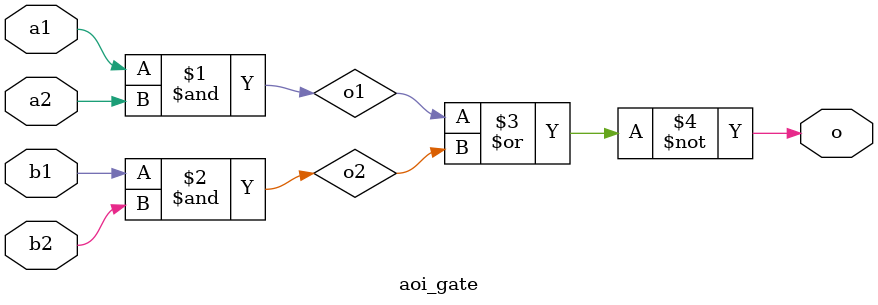
<source format=v>
module aoi_gate(o,a1,a2,b1,b2);
  input a1,a2,b1,b2;
  output o;
  wire o1,o2;
  and g1(o1,a1,a2);
  and g2(o2,b1,b2);
  nor g3(o,o1,o2);
  endmodule

</source>
